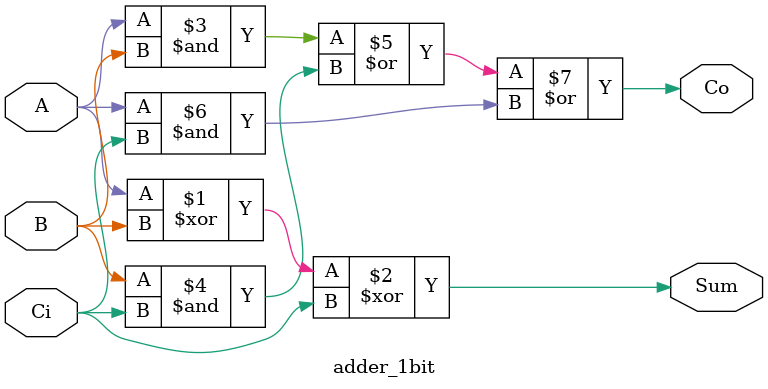
<source format=v>
module adder_1bit(A, B, Ci, Sum, Co);

//input A, B, Cin
input A, B, Ci;

//output S, Cout
output Sum, Co;

//assignment
assign Sum = A ^ B ^ Ci;
assign Co = (A & B) | (B & Ci) | (A & Ci);

endmodule

</source>
